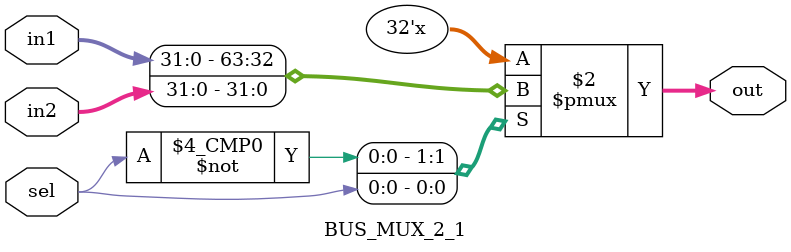
<source format=v>

`timescale 1ns/1ps

module BUS_MUX_2_1(out, in1, in2, sel);
	input[31:0] in1, in2;
	output reg[31:0] out;
	input sel;

	always @(*) begin
		case (sel)
			1'b0: out = in1;
			1'b1: out = in2;
		endcase
	end
endmodule

</source>
